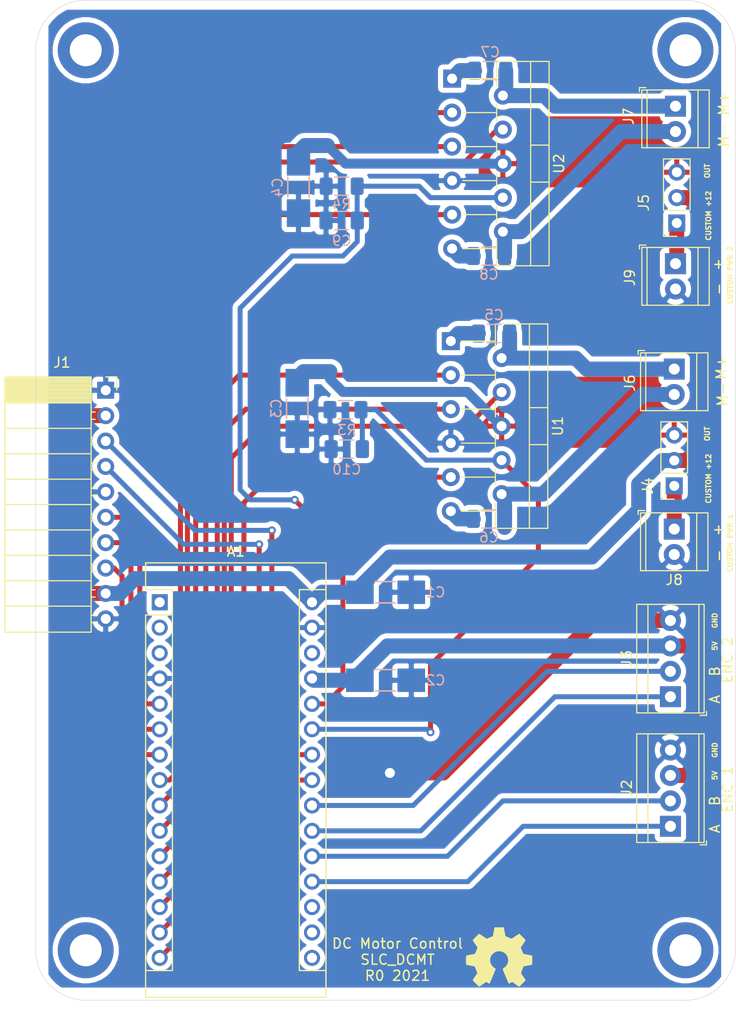
<source format=kicad_pcb>
(kicad_pcb (version 20171130) (host pcbnew 5.1.10-1.fc34)
  (layers (0 F.Cu signal) (31 B.Cu signal) (34 B.Paste user) (35 F.Paste user) (36 B.SilkS user) (37 F.SilkS user) (38 B.Mask user) (39 F.Mask user) (44 Edge.Cuts user))
  (net 0 "")
  (net 1 "Net-(A1-Pad16)")
  (net 2 GND)
  (net 3 "Net-(A1-Pad28)")
  (net 4 +5V)
  (net 5 /I2C_CLK)
  (net 6 /I2C_DAT)
  (net 7 /SYNC)
  (net 8 /E_STOP)
  (net 9 "Net-(A1-Pad3)")
  (net 10 "Net-(A1-Pad18)")
  (net 11 "Net-(A1-Pad2)")
  (net 12 "Net-(A1-Pad17)")
  (net 13 "Net-(A1-Pad1)")
  (net 14 +12V)
  (net 15 /INT)
  (net 16 /A1)
  (net 17 /B1)
  (net 18 /A2)
  (net 19 /B2)
  (net 20 /BR1)
  (net 21 /BR2)
  (net 22 /CSEN1)
  (net 23 /DIR1)
  (net 24 /CSEN2)
  (net 25 /DIR2)
  (net 26 /MC1)
  (net 27 /MC2)
  (net 28 /THRM1)
  (net 29 /THRM2)
  (net 30 "Net-(C3-Pad1)")
  (net 31 "Net-(C4-Pad1)")
  (net 32 "Net-(C5-Pad2)")
  (net 33 "Net-(C5-Pad1)")
  (net 34 "Net-(C6-Pad2)")
  (net 35 "Net-(C6-Pad1)")
  (net 36 "Net-(C7-Pad2)")
  (net 37 "Net-(C7-Pad1)")
  (net 38 "Net-(C8-Pad2)")
  (net 39 "Net-(C8-Pad1)")
  (net 40 /CUST2)
  (net 41 /CUST1)
  (module Capacitor_SMD:C_1206_3216Metric_Pad1.33x1.80mm_HandSolder (layer B.Cu) (at 153.715 84.682 180)
    (fp_text reference C10 (at 0 -2.032) (layer B.SilkS) (effects (justify mirror)))
    (fp_text value "10 nF")
    (pad 2 smd roundrect (at 1.5625 0 180) (size 1.325 1.8) (layers B.Cu B.Paste B.Mask) (roundrect_rratio 0.1886784905660377) (net 2 GND))
    (pad 1 smd roundrect (at -1.5625 0 180) (size 1.325 1.8) (layers B.Cu B.Paste B.Mask) (roundrect_rratio 0.1886784905660377) (net 22 /CSEN1))
  )
  (module Capacitor_SMD:C_1206_3216Metric_Pad1.33x1.80mm_HandSolder (layer B.Cu) (at 153.207 61.822 180)
    (fp_text reference C9 (at 0 -2.032) (layer B.SilkS) (effects (justify mirror)))
    (fp_text value "10 nF")
    (pad 2 smd roundrect (at 1.5625 0 180) (size 1.325 1.8) (layers B.Cu B.Paste B.Mask) (roundrect_rratio 0.1886784905660377) (net 2 GND))
    (pad 1 smd roundrect (at -1.5625 0 180) (size 1.325 1.8) (layers B.Cu B.Paste B.Mask) (roundrect_rratio 0.1886784905660377) (net 24 /CSEN2))
  )
  (module Package_TO_SOT_THT:TO-220-11_P3.4x5.08mm_StaggerOdd_Lead4.85mm_Vertical (layer F.Cu) (at 164.256 47.636 270)
    (fp_text reference U2 (at 8.5 -10.7 90) (layer F.SilkS))
    (fp_text value LMD18200)
    (pad 11 thru_hole oval (at 17 0 270) (size 1.8 1.8) (drill 1) (layers *.Cu *.Mask) (net 39 "Net-(C8-Pad1)"))
    (pad 10 thru_hole oval (at 15.3 -5.08 270) (size 1.8 1.8) (drill 1) (layers *.Cu *.Mask) (net 38 "Net-(C8-Pad2)"))
    (pad 9 thru_hole oval (at 13.6 0 270) (size 1.8 1.8) (drill 1) (layers *.Cu *.Mask) (net 29 /THRM2))
    (pad 8 thru_hole oval (at 11.9 -5.08 270) (size 1.8 1.8) (drill 1) (layers *.Cu *.Mask) (net 24 /CSEN2))
    (pad 7 thru_hole oval (at 10.2 0 270) (size 1.8 1.8) (drill 1) (layers *.Cu *.Mask) (net 2 GND))
    (pad 6 thru_hole oval (at 8.5 -5.08 270) (size 1.8 1.8) (drill 1) (layers *.Cu *.Mask) (net 31 "Net-(C4-Pad1)"))
    (pad 5 thru_hole oval (at 6.8 0 270) (size 1.8 1.8) (drill 1) (layers *.Cu *.Mask) (net 27 /MC2))
    (pad 4 thru_hole oval (at 5.1 -5.08 270) (size 1.8 1.8) (drill 1) (layers *.Cu *.Mask) (net 21 /BR2))
    (pad 3 thru_hole oval (at 3.4 0 270) (size 1.8 1.8) (drill 1) (layers *.Cu *.Mask) (net 25 /DIR2))
    (pad 2 thru_hole oval (at 1.7 -5.08 270) (size 1.8 1.8) (drill 1) (layers *.Cu *.Mask) (net 37 "Net-(C7-Pad1)"))
    (pad 1 thru_hole rect (at 0 0 270) (size 1.8 1.8) (drill 1) (layers *.Cu *.Mask) (net 36 "Net-(C7-Pad2)"))
  )
  (module Module:Arduino_Nano (layer F.Cu) (at 135 100)
    (fp_text reference A1 (at 7.62 -5.08) (layer F.SilkS))
    (fp_text value Arduino_Nano_v3.x)
    (pad 16 thru_hole oval (at 15.24 35.56) (size 1.6 1.6) (drill 1) (layers *.Cu *.Mask) (net 1 "Net-(A1-Pad16)"))
    (pad 15 thru_hole oval (at 0 35.56) (size 1.6 1.6) (drill 1) (layers *.Cu *.Mask) (net 28 /THRM1))
    (pad 30 thru_hole oval (at 15.24 0) (size 1.6 1.6) (drill 1) (layers *.Cu *.Mask) (net 14 +12V))
    (pad 14 thru_hole oval (at 0 33.02) (size 1.6 1.6) (drill 1) (layers *.Cu *.Mask) (net 20 /BR1))
    (pad 29 thru_hole oval (at 15.24 2.54) (size 1.6 1.6) (drill 1) (layers *.Cu *.Mask) (net 2 GND))
    (pad 13 thru_hole oval (at 0 30.48) (size 1.6 1.6) (drill 1) (layers *.Cu *.Mask) (net 26 /MC1))
    (pad 28 thru_hole oval (at 15.24 5.08) (size 1.6 1.6) (drill 1) (layers *.Cu *.Mask) (net 3 "Net-(A1-Pad28)"))
    (pad 12 thru_hole oval (at 0 27.94) (size 1.6 1.6) (drill 1) (layers *.Cu *.Mask) (net 23 /DIR1))
    (pad 27 thru_hole oval (at 15.24 7.62) (size 1.6 1.6) (drill 1) (layers *.Cu *.Mask) (net 4 +5V))
    (pad 11 thru_hole oval (at 0 25.4) (size 1.6 1.6) (drill 1) (layers *.Cu *.Mask) (net 29 /THRM2))
    (pad 26 thru_hole oval (at 15.24 10.16) (size 1.6 1.6) (drill 1) (layers *.Cu *.Mask) (net 24 /CSEN2))
    (pad 10 thru_hole oval (at 0 22.86) (size 1.6 1.6) (drill 1) (layers *.Cu *.Mask) (net 21 /BR2))
    (pad 25 thru_hole oval (at 15.24 12.7) (size 1.6 1.6) (drill 1) (layers *.Cu *.Mask) (net 22 /CSEN1))
    (pad 9 thru_hole oval (at 0 20.32) (size 1.6 1.6) (drill 1) (layers *.Cu *.Mask) (net 27 /MC2))
    (pad 24 thru_hole oval (at 15.24 15.24) (size 1.6 1.6) (drill 1) (layers *.Cu *.Mask) (net 5 /I2C_CLK))
    (pad 8 thru_hole oval (at 0 17.78) (size 1.6 1.6) (drill 1) (layers *.Cu *.Mask) (net 25 /DIR2))
    (pad 23 thru_hole oval (at 15.24 17.78) (size 1.6 1.6) (drill 1) (layers *.Cu *.Mask) (net 6 /I2C_DAT))
    (pad 7 thru_hole oval (at 0 15.24) (size 1.6 1.6) (drill 1) (layers *.Cu *.Mask) (net 7 /SYNC))
    (pad 22 thru_hole oval (at 15.24 20.32) (size 1.6 1.6) (drill 1) (layers *.Cu *.Mask) (net 19 /B2))
    (pad 6 thru_hole oval (at 0 12.7) (size 1.6 1.6) (drill 1) (layers *.Cu *.Mask) (net 15 /INT))
    (pad 21 thru_hole oval (at 15.24 22.86) (size 1.6 1.6) (drill 1) (layers *.Cu *.Mask) (net 18 /A2))
    (pad 5 thru_hole oval (at 0 10.16) (size 1.6 1.6) (drill 1) (layers *.Cu *.Mask) (net 8 /E_STOP))
    (pad 20 thru_hole oval (at 15.24 25.4) (size 1.6 1.6) (drill 1) (layers *.Cu *.Mask) (net 17 /B1))
    (pad 4 thru_hole oval (at 0 7.62) (size 1.6 1.6) (drill 1) (layers *.Cu *.Mask) (net 2 GND))
    (pad 19 thru_hole oval (at 15.24 27.94) (size 1.6 1.6) (drill 1) (layers *.Cu *.Mask) (net 16 /A1))
    (pad 3 thru_hole oval (at 0 5.08) (size 1.6 1.6) (drill 1) (layers *.Cu *.Mask) (net 9 "Net-(A1-Pad3)"))
    (pad 18 thru_hole oval (at 15.24 30.48) (size 1.6 1.6) (drill 1) (layers *.Cu *.Mask) (net 10 "Net-(A1-Pad18)"))
    (pad 2 thru_hole oval (at 0 2.54) (size 1.6 1.6) (drill 1) (layers *.Cu *.Mask) (net 11 "Net-(A1-Pad2)"))
    (pad 17 thru_hole oval (at 15.24 33.02) (size 1.6 1.6) (drill 1) (layers *.Cu *.Mask) (net 12 "Net-(A1-Pad17)"))
    (pad 1 thru_hole rect (at 0 0) (size 1.6 1.6) (drill 1) (layers *.Cu *.Mask) (net 13 "Net-(A1-Pad1)"))
  )
  (module Package_TO_SOT_THT:TO-220-11_P3.4x5.08mm_StaggerOdd_Lead4.85mm_Vertical (layer F.Cu) (at 164.129 73.887 270)
    (fp_text reference U1 (at 8.5 -10.7 90) (layer F.SilkS))
    (fp_text value LMD18200)
    (pad 11 thru_hole oval (at 17 0 270) (size 1.8 1.8) (drill 1) (layers *.Cu *.Mask) (net 35 "Net-(C6-Pad1)"))
    (pad 10 thru_hole oval (at 15.3 -5.08 270) (size 1.8 1.8) (drill 1) (layers *.Cu *.Mask) (net 34 "Net-(C6-Pad2)"))
    (pad 9 thru_hole oval (at 13.6 0 270) (size 1.8 1.8) (drill 1) (layers *.Cu *.Mask) (net 28 /THRM1))
    (pad 8 thru_hole oval (at 11.9 -5.08 270) (size 1.8 1.8) (drill 1) (layers *.Cu *.Mask) (net 22 /CSEN1))
    (pad 7 thru_hole oval (at 10.2 0 270) (size 1.8 1.8) (drill 1) (layers *.Cu *.Mask) (net 2 GND))
    (pad 6 thru_hole oval (at 8.5 -5.08 270) (size 1.8 1.8) (drill 1) (layers *.Cu *.Mask) (net 30 "Net-(C3-Pad1)"))
    (pad 5 thru_hole oval (at 6.8 0 270) (size 1.8 1.8) (drill 1) (layers *.Cu *.Mask) (net 26 /MC1))
    (pad 4 thru_hole oval (at 5.1 -5.08 270) (size 1.8 1.8) (drill 1) (layers *.Cu *.Mask) (net 20 /BR1))
    (pad 3 thru_hole oval (at 3.4 0 270) (size 1.8 1.8) (drill 1) (layers *.Cu *.Mask) (net 23 /DIR1))
    (pad 2 thru_hole oval (at 1.7 -5.08 270) (size 1.8 1.8) (drill 1) (layers *.Cu *.Mask) (net 33 "Net-(C5-Pad1)"))
    (pad 1 thru_hole rect (at 0 0 270) (size 1.8 1.8) (drill 1) (layers *.Cu *.Mask) (net 32 "Net-(C5-Pad2)"))
  )
  (module Resistor_SMD:R_1206_3216Metric_Pad1.30x1.75mm_HandSolder (layer B.Cu) (at 153.207 58.393 180)
    (fp_text reference R4 (at 0 -1.778 180) (layer B.SilkS) (effects (justify mirror)))
    (fp_text value "2.2 k")
    (pad 2 smd roundrect (at 1.55 0 180) (size 1.3 1.75) (layers B.Cu B.Paste B.Mask) (roundrect_rratio 0.1923076923076923) (net 2 GND))
    (pad 1 smd roundrect (at -1.55 0 180) (size 1.3 1.75) (layers B.Cu B.Paste B.Mask) (roundrect_rratio 0.1923076923076923) (net 24 /CSEN2))
  )
  (module Resistor_SMD:R_1206_3216Metric_Pad1.30x1.75mm_HandSolder (layer B.Cu) (at 153.588 80.745 180)
    (fp_text reference R3 (at -0.127 -2.032) (layer B.SilkS) (effects (justify mirror)))
    (fp_text value "2.2 k")
    (pad 2 smd roundrect (at 1.55 0 180) (size 1.3 1.75) (layers B.Cu B.Paste B.Mask) (roundrect_rratio 0.1923076923076923) (net 2 GND))
    (pad 1 smd roundrect (at -1.55 0 180) (size 1.3 1.75) (layers B.Cu B.Paste B.Mask) (roundrect_rratio 0.1923076923076923) (net 22 /CSEN1))
  )
  (module TerminalBlock_TE-Connectivity:TerminalBlock_TE_282834-2_1x02_P2.54mm_Horizontal (layer F.Cu) (at 186.608 66.14 270)
    (fp_text reference J9 (at 1.397 4.572 90) (layer F.SilkS))
    (fp_text value Screw_Terminal_01x02)
    (pad 2 thru_hole circle (at 2.54 0 270) (size 2.1 2.1) (drill 1.1) (layers *.Cu *.Mask) (net 2 GND))
    (pad 1 thru_hole rect (at 0 0 270) (size 2.1 2.1) (drill 1.1) (layers *.Cu *.Mask) (net 40 /CUST2))
  )
  (module TerminalBlock_TE-Connectivity:TerminalBlock_TE_282834-2_1x02_P2.54mm_Horizontal (layer F.Cu) (at 186.481 92.683 270)
    (fp_text reference J8 (at 5.08 0 180) (layer F.SilkS))
    (fp_text value Screw_Terminal_01x02)
    (pad 2 thru_hole circle (at 2.54 0 270) (size 2.1 2.1) (drill 1.1) (layers *.Cu *.Mask) (net 2 GND))
    (pad 1 thru_hole rect (at 0 0 270) (size 2.1 2.1) (drill 1.1) (layers *.Cu *.Mask) (net 41 /CUST1))
  )
  (module TerminalBlock_TE-Connectivity:TerminalBlock_TE_282834-2_1x02_P2.54mm_Horizontal (layer F.Cu) (at 186.608 50.392 270)
    (fp_text reference J7 (at 1.016 4.699 90) (layer F.SilkS))
    (fp_text value Screw_Terminal_01x02)
    (pad 2 thru_hole circle (at 2.54 0 270) (size 2.1 2.1) (drill 1.1) (layers *.Cu *.Mask) (net 38 "Net-(C8-Pad2)"))
    (pad 1 thru_hole rect (at 0 0 270) (size 2.1 2.1) (drill 1.1) (layers *.Cu *.Mask) (net 37 "Net-(C7-Pad1)"))
  )
  (module TerminalBlock_TE-Connectivity:TerminalBlock_TE_282834-2_1x02_P2.54mm_Horizontal (layer F.Cu) (at 186.481 76.681 270)
    (fp_text reference J6 (at 1.397 4.445 90) (layer F.SilkS))
    (fp_text value Screw_Terminal_01x02)
    (pad 2 thru_hole circle (at 2.54 0 270) (size 2.1 2.1) (drill 1.1) (layers *.Cu *.Mask) (net 34 "Net-(C6-Pad2)"))
    (pad 1 thru_hole rect (at 0 0 270) (size 2.1 2.1) (drill 1.1) (layers *.Cu *.Mask) (net 33 "Net-(C5-Pad1)"))
  )
  (module Connector_PinSocket_2.54mm:PinSocket_1x03_P2.54mm_Vertical (layer F.Cu) (at 186.735 62.076 180)
    (fp_text reference J5 (at 3.302 2.032 90) (layer F.SilkS))
    (fp_text value Conn_01x03_Male)
    (pad 3 thru_hole oval (at 0 5.08 180) (size 1.7 1.7) (drill 1) (layers *.Cu *.Mask) (net 31 "Net-(C4-Pad1)"))
    (pad 2 thru_hole oval (at 0 2.54 180) (size 1.7 1.7) (drill 1) (layers *.Cu *.Mask) (net 14 +12V))
    (pad 1 thru_hole rect (at 0 0 180) (size 1.7 1.7) (drill 1) (layers *.Cu *.Mask) (net 40 /CUST2))
  )
  (module Connector_PinSocket_2.54mm:PinSocket_1x03_P2.54mm_Vertical (layer F.Cu) (at 186.481 88.365 180)
    (fp_text reference J4 (at 2.667 0 270) (layer F.SilkS))
    (fp_text value Conn_01x03_Male)
    (pad 3 thru_hole oval (at 0 5.08 180) (size 1.7 1.7) (drill 1) (layers *.Cu *.Mask) (net 30 "Net-(C3-Pad1)"))
    (pad 2 thru_hole oval (at 0 2.54 180) (size 1.7 1.7) (drill 1) (layers *.Cu *.Mask) (net 14 +12V))
    (pad 1 thru_hole rect (at 0 0 180) (size 1.7 1.7) (drill 1) (layers *.Cu *.Mask) (net 41 /CUST1))
  )
  (module TerminalBlock_TE-Connectivity:TerminalBlock_TE_282834-4_1x04_P2.54mm_Horizontal (layer F.Cu) (at 186.1 109.447 90)
    (fp_text reference J3 (at 3.81 -4.37 90) (layer F.SilkS))
    (fp_text value Screw_Terminal_01x04)
    (pad 4 thru_hole circle (at 7.62 0 90) (size 2.1 2.1) (drill 1.1) (layers *.Cu *.Mask) (net 2 GND))
    (pad 3 thru_hole circle (at 5.08 0 90) (size 2.1 2.1) (drill 1.1) (layers *.Cu *.Mask) (net 4 +5V))
    (pad 2 thru_hole circle (at 2.54 0 90) (size 2.1 2.1) (drill 1.1) (layers *.Cu *.Mask) (net 19 /B2))
    (pad 1 thru_hole rect (at 0 0 90) (size 2.1 2.1) (drill 1.1) (layers *.Cu *.Mask) (net 18 /A2))
  )
  (module TerminalBlock_TE-Connectivity:TerminalBlock_TE_282834-4_1x04_P2.54mm_Horizontal (layer F.Cu) (at 186.1 122.401 90)
    (fp_text reference J2 (at 3.81 -4.37 90) (layer F.SilkS))
    (fp_text value Screw_Terminal_01x04)
    (pad 4 thru_hole circle (at 7.62 0 90) (size 2.1 2.1) (drill 1.1) (layers *.Cu *.Mask) (net 2 GND))
    (pad 3 thru_hole circle (at 5.08 0 90) (size 2.1 2.1) (drill 1.1) (layers *.Cu *.Mask) (net 4 +5V))
    (pad 2 thru_hole circle (at 2.54 0 90) (size 2.1 2.1) (drill 1.1) (layers *.Cu *.Mask) (net 17 /B1))
    (pad 1 thru_hole rect (at 0 0 90) (size 2.1 2.1) (drill 1.1) (layers *.Cu *.Mask) (net 16 /A1))
  )
  (module Capacitor_SMD:C_1206_3216Metric_Pad1.33x1.80mm_HandSolder (layer B.Cu) (at 167.939 65.378)
    (fp_text reference C8 (at 0 1.85) (layer B.SilkS) (effects (justify mirror)))
    (fp_text value "10 nF")
    (pad 2 smd roundrect (at 1.5625 0) (size 1.325 1.8) (layers B.Cu B.Paste B.Mask) (roundrect_rratio 0.1886784905660377) (net 38 "Net-(C8-Pad2)"))
    (pad 1 smd roundrect (at -1.5625 0) (size 1.325 1.8) (layers B.Cu B.Paste B.Mask) (roundrect_rratio 0.1886784905660377) (net 39 "Net-(C8-Pad1)"))
  )
  (module Capacitor_SMD:C_1206_3216Metric_Pad1.33x1.80mm_HandSolder (layer B.Cu) (at 168.066 46.836 180)
    (fp_text reference C7 (at 0 1.85) (layer B.SilkS) (effects (justify mirror)))
    (fp_text value "10 nF")
    (pad 2 smd roundrect (at 1.5625 0 180) (size 1.325 1.8) (layers B.Cu B.Paste B.Mask) (roundrect_rratio 0.1886784905660377) (net 36 "Net-(C7-Pad2)"))
    (pad 1 smd roundrect (at -1.5625 0 180) (size 1.325 1.8) (layers B.Cu B.Paste B.Mask) (roundrect_rratio 0.1886784905660377) (net 37 "Net-(C7-Pad1)"))
  )
  (module Capacitor_SMD:C_1206_3216Metric_Pad1.33x1.80mm_HandSolder (layer B.Cu) (at 167.939 91.667)
    (fp_text reference C6 (at 0 1.85) (layer B.SilkS) (effects (justify mirror)))
    (fp_text value "10 nF")
    (pad 2 smd roundrect (at 1.5625 0) (size 1.325 1.8) (layers B.Cu B.Paste B.Mask) (roundrect_rratio 0.1886784905660377) (net 34 "Net-(C6-Pad2)"))
    (pad 1 smd roundrect (at -1.5625 0) (size 1.325 1.8) (layers B.Cu B.Paste B.Mask) (roundrect_rratio 0.1886784905660377) (net 35 "Net-(C6-Pad1)"))
  )
  (module Capacitor_SMD:C_1206_3216Metric_Pad1.33x1.80mm_HandSolder (layer B.Cu) (at 168.447 73.125 180)
    (fp_text reference C5 (at 0 1.85) (layer B.SilkS) (effects (justify mirror)))
    (fp_text value "10 nF")
    (pad 2 smd roundrect (at 1.5625 0 180) (size 1.325 1.8) (layers B.Cu B.Paste B.Mask) (roundrect_rratio 0.1886784905660377) (net 32 "Net-(C5-Pad2)"))
    (pad 1 smd roundrect (at -1.5625 0 180) (size 1.325 1.8) (layers B.Cu B.Paste B.Mask) (roundrect_rratio 0.1886784905660377) (net 33 "Net-(C5-Pad1)"))
  )
  (module OCI_UPL_FOOTPRINTS:C_2312 (layer B.Cu) (at 148.889 58.52 270)
    (fp_text reference C4 (at 0 2.1 270) (layer B.SilkS) (effects (justify mirror)))
    (fp_text value 10uF_t)
    (pad 2 smd rect (at 2.57 0 270) (size 2.77 2.35) (layers B.Cu B.Paste B.Mask) (net 2 GND))
    (pad 1 smd rect (at -2.57 0 270) (size 2.77 2.35) (layers B.Cu B.Paste B.Mask) (net 31 "Net-(C4-Pad1)"))
  )
  (module OCI_UPL_FOOTPRINTS:C_2312 (layer B.Cu) (at 148.762 80.618 270)
    (fp_text reference C3 (at 0 2.1 270) (layer B.SilkS) (effects (justify mirror)))
    (fp_text value 10uF_t)
    (pad 2 smd rect (at 2.57 0 270) (size 2.77 2.35) (layers B.Cu B.Paste B.Mask) (net 2 GND))
    (pad 1 smd rect (at -2.57 0 270) (size 2.77 2.35) (layers B.Cu B.Paste B.Mask) (net 30 "Net-(C3-Pad1)"))
  )
  (module Symbol:OSHW-Symbol_6.7x6mm_SilkScreen (layer F.Cu) (at 168.955 135.482)
    (fp_text reference Logo1 hide)
    (fp_text value Logo_Open_Hardware_Small hide)
  )
  (module MountingHole:MountingHole_3.2mm_M3_DIN965_Pad (layer F.Cu) (at 187.6 134.8)
    (fp_text reference H4 hide)
    (fp_text value MountingHole)
    (pad 1 thru_hole circle (at 0 0) (size 5.6 5.6) (drill 3.2) (layers *.Cu *.Mask))
  )
  (module MountingHole:MountingHole_3.2mm_M3_DIN965_Pad (layer F.Cu) (at 127.6 134.8)
    (fp_text reference H3 hide)
    (fp_text value MountingHole)
    (pad 1 thru_hole circle (at 0 0) (size 5.6 5.6) (drill 3.2) (layers *.Cu *.Mask))
  )
  (module MountingHole:MountingHole_3.2mm_M3_DIN965_Pad (layer F.Cu) (at 187.6 44.8)
    (fp_text reference H2 hide)
    (fp_text value MountingHole)
    (pad 1 thru_hole circle (at 0 0) (size 5.6 5.6) (drill 3.2) (layers *.Cu *.Mask))
  )
  (module MountingHole:MountingHole_3.2mm_M3_DIN965_Pad (layer F.Cu) (at 127.6 44.8)
    (fp_text reference H1 hide)
    (fp_text value MountingHole)
    (pad 1 thru_hole circle (at 0 0) (size 5.6 5.6) (drill 3.2) (layers *.Cu *.Mask))
  )
  (module OCI_UPL_FOOTPRINTS:C_2312 (layer B.Cu) (at 157.6 99)
    (fp_text reference C1 (at 5 0) (layer B.SilkS) (effects (justify mirror)))
    (fp_text value 10uF_t)
    (pad 2 smd rect (at 2.57 0) (size 2.77 2.35) (layers B.Cu B.Paste B.Mask) (net 2 GND))
    (pad 1 smd rect (at -2.57 0) (size 2.77 2.35) (layers B.Cu B.Paste B.Mask) (net 14 +12V))
  )
  (module Module:Arduino_Nano (layer F.Cu) (at 135 100)
    (fp_text reference A1 (at 7.62 -5.08) (layer F.SilkS))
    (fp_text value Arduino_Nano_v3.x)
    (pad 1 thru_hole rect (at 0 0) (size 1.6 1.6) (drill 1) (layers *.Cu *.Mask) (net 13 "Net-(A1-Pad1)"))
    (pad 17 thru_hole oval (at 15.24 33.02) (size 1.6 1.6) (drill 1) (layers *.Cu *.Mask) (net 12 "Net-(A1-Pad17)"))
    (pad 2 thru_hole oval (at 0 2.54) (size 1.6 1.6) (drill 1) (layers *.Cu *.Mask) (net 11 "Net-(A1-Pad2)"))
    (pad 18 thru_hole oval (at 15.24 30.48) (size 1.6 1.6) (drill 1) (layers *.Cu *.Mask) (net 10 "Net-(A1-Pad18)"))
    (pad 3 thru_hole oval (at 0 5.08) (size 1.6 1.6) (drill 1) (layers *.Cu *.Mask) (net 9 "Net-(A1-Pad3)"))
    (pad 19 thru_hole oval (at 15.24 27.94) (size 1.6 1.6) (drill 1) (layers *.Cu *.Mask) (net 16 /A1))
    (pad 4 thru_hole oval (at 0 7.62) (size 1.6 1.6) (drill 1) (layers *.Cu *.Mask) (net 2 GND))
    (pad 20 thru_hole oval (at 15.24 25.4) (size 1.6 1.6) (drill 1) (layers *.Cu *.Mask) (net 17 /B1))
    (pad 5 thru_hole oval (at 0 10.16) (size 1.6 1.6) (drill 1) (layers *.Cu *.Mask) (net 8 /E_STOP))
    (pad 21 thru_hole oval (at 15.24 22.86) (size 1.6 1.6) (drill 1) (layers *.Cu *.Mask) (net 18 /A2))
    (pad 6 thru_hole oval (at 0 12.7) (size 1.6 1.6) (drill 1) (layers *.Cu *.Mask) (net 15 /INT))
    (pad 22 thru_hole oval (at 15.24 20.32) (size 1.6 1.6) (drill 1) (layers *.Cu *.Mask) (net 19 /B2))
    (pad 7 thru_hole oval (at 0 15.24) (size 1.6 1.6) (drill 1) (layers *.Cu *.Mask) (net 7 /SYNC))
    (pad 23 thru_hole oval (at 15.24 17.78) (size 1.6 1.6) (drill 1) (layers *.Cu *.Mask) (net 6 /I2C_DAT))
    (pad 8 thru_hole oval (at 0 17.78) (size 1.6 1.6) (drill 1) (layers *.Cu *.Mask) (net 25 /DIR2))
    (pad 24 thru_hole oval (at 15.24 15.24) (size 1.6 1.6) (drill 1) (layers *.Cu *.Mask) (net 5 /I2C_CLK))
    (pad 9 thru_hole oval (at 0 20.32) (size 1.6 1.6) (drill 1) (layers *.Cu *.Mask) (net 27 /MC2))
    (pad 25 thru_hole oval (at 15.24 12.7) (size 1.6 1.6) (drill 1) (layers *.Cu *.Mask) (net 22 /CSEN1))
    (pad 10 thru_hole oval (at 0 22.86) (size 1.6 1.6) (drill 1) (layers *.Cu *.Mask) (net 21 /BR2))
    (pad 26 thru_hole oval (at 15.24 10.16) (size 1.6 1.6) (drill 1) (layers *.Cu *.Mask) (net 24 /CSEN2))
    (pad 11 thru_hole oval (at 0 25.4) (size 1.6 1.6) (drill 1) (layers *.Cu *.Mask) (net 29 /THRM2))
    (pad 27 thru_hole oval (at 15.24 7.62) (size 1.6 1.6) (drill 1) (layers *.Cu *.Mask) (net 4 +5V))
    (pad 12 thru_hole oval (at 0 27.94) (size 1.6 1.6) (drill 1) (layers *.Cu *.Mask) (net 23 /DIR1))
    (pad 28 thru_hole oval (at 15.24 5.08) (size 1.6 1.6) (drill 1) (layers *.Cu *.Mask) (net 3 "Net-(A1-Pad28)"))
    (pad 13 thru_hole oval (at 0 30.48) (size 1.6 1.6) (drill 1) (layers *.Cu *.Mask) (net 26 /MC1))
    (pad 29 thru_hole oval (at 15.24 2.54) (size 1.6 1.6) (drill 1) (layers *.Cu *.Mask) (net 2 GND))
    (pad 14 thru_hole oval (at 0 33.02) (size 1.6 1.6) (drill 1) (layers *.Cu *.Mask) (net 20 /BR1))
    (pad 30 thru_hole oval (at 15.24 0) (size 1.6 1.6) (drill 1) (layers *.Cu *.Mask) (net 14 +12V))
    (pad 15 thru_hole oval (at 0 35.56) (size 1.6 1.6) (drill 1) (layers *.Cu *.Mask) (net 28 /THRM1))
    (pad 16 thru_hole oval (at 15.24 35.56) (size 1.6 1.6) (drill 1) (layers *.Cu *.Mask) (net 1 "Net-(A1-Pad16)"))
  )
  (module OCI_UPL_FOOTPRINTS:C_2312 (layer B.Cu) (at 157.6 107.8)
    (fp_text reference C2 (at 5 0) (layer B.SilkS) (effects (justify mirror)))
    (fp_text value 10uF_t)
    (pad 1 smd rect (at -2.57 0) (size 2.77 2.35) (layers B.Cu B.Paste B.Mask) (net 4 +5V))
    (pad 2 smd rect (at 2.57 0) (size 2.77 2.35) (layers B.Cu B.Paste B.Mask) (net 2 GND))
  )
  (module Connector_PinSocket_2.54mm:PinSocket_1x10_P2.54mm_Horizontal (layer F.Cu) (at 129.6 78.8)
    (fp_text reference J1 (at -4.38 -2.77) (layer F.SilkS))
    (fp_text value Conn_01x10_Female)
    (pad 1 thru_hole rect (at 0 0) (size 1.7 1.7) (drill 1) (layers *.Cu *.Mask) (net 2 GND))
    (pad 2 thru_hole oval (at 0 2.54) (size 1.7 1.7) (drill 1) (layers *.Cu *.Mask) (net 14 +12V))
    (pad 3 thru_hole oval (at 0 5.08) (size 1.7 1.7) (drill 1) (layers *.Cu *.Mask) (net 5 /I2C_CLK))
    (pad 4 thru_hole oval (at 0 7.62) (size 1.7 1.7) (drill 1) (layers *.Cu *.Mask) (net 6 /I2C_DAT))
    (pad 5 thru_hole oval (at 0 10.16) (size 1.7 1.7) (drill 1) (layers *.Cu *.Mask) (net 2 GND))
    (pad 6 thru_hole oval (at 0 12.7) (size 1.7 1.7) (drill 1) (layers *.Cu *.Mask) (net 8 /E_STOP))
    (pad 7 thru_hole oval (at 0 15.24) (size 1.7 1.7) (drill 1) (layers *.Cu *.Mask) (net 15 /INT))
    (pad 8 thru_hole oval (at 0 17.78) (size 1.7 1.7) (drill 1) (layers *.Cu *.Mask) (net 7 /SYNC))
    (pad 9 thru_hole oval (at 0 20.32) (size 1.7 1.7) (drill 1) (layers *.Cu *.Mask) (net 14 +12V))
    (pad 10 thru_hole oval (at 0 22.86) (size 1.7 1.7) (drill 1) (layers *.Cu *.Mask) (net 2 GND))
  )
  (gr_text GND (at 190.545 101.827 90) (layer F.SilkS) (effects (font (size 0.5 0.5) (thickness 0.125))))
  (gr_text A (at 190.545 109.701 90) (layer F.SilkS) (effects (font (size 1 1))))
  (gr_text B (at 190.545 106.907 90) (layer F.SilkS) (effects (font (size 1 1))))
  (gr_text 5V (at 190.545 104.367 90) (layer F.SilkS) (effects (font (size 0.5 0.5) (thickness 0.125))))
  (gr_text GND (at 190.545 114.781 90) (layer F.SilkS) (effects (font (size 0.5 0.5) (thickness 0.125))))
  (gr_text 5V (at 190.545 117.321 90) (layer F.SilkS) (effects (font (size 0.5 0.5) (thickness 0.125))))
  (gr_text B (at 190.545 119.861 90) (layer F.SilkS) (effects (font (size 1 1))))
  (gr_text A (at 190.545 122.655 90) (layer F.SilkS) (effects (font (size 1 1))))
  (gr_text M- (at 191.434 53.313 90) (layer F.SilkS) (effects (font (size 1 1))))
  (gr_text M+ (at 191.434 50.138 90) (layer F.SilkS) (effects (font (size 1 1))))
  (gr_text OUT (at 189.783 56.869 90) (layer F.SilkS) (effects (font (size 0.5 0.5) (thickness 0.125))))
  (gr_text +12 (at 189.91 59.663 90) (layer F.SilkS) (effects (font (size 0.5 0.5) (thickness 0.125))))
  (gr_text CUSTOM (at 189.91 62.33 90) (layer F.SilkS) (effects (font (size 0.5 0.5) (thickness 0.125))))
  (gr_text - (at 190.926 68.68 90) (layer F.SilkS) (effects (font (size 1 1))))
  (gr_text + (at 190.926 66.14) (layer F.SilkS) (effects (font (size 1 1))))
  (gr_text "CUSTOM PWR 2" (at 192.069 67.283 90) (layer F.SilkS) (effects (font (size 0.5 0.5) (thickness 0.125))))
  (gr_text M- (at 191.307 79.221 90) (layer F.SilkS) (effects (font (size 1 1))))
  (gr_text M+ (at 191.18 76.554 90) (layer F.SilkS) (effects (font (size 1 1))))
  (gr_text OUT (at 189.783 83.158 90) (layer F.SilkS) (effects (font (size 0.5 0.5) (thickness 0.125))))
  (gr_text +12 (at 189.91 85.952 90) (layer F.SilkS) (effects (font (size 0.5 0.5) (thickness 0.125))))
  (gr_text CUSTOM (at 189.91 88.619 90) (layer F.SilkS) (effects (font (size 0.5 0.5) (thickness 0.125))))
  (gr_text - (at 190.926 95.35 90) (layer F.SilkS) (effects (font (size 1 1))))
  (gr_text + (at 190.926 92.683) (layer F.SilkS) (effects (font (size 1 1))))
  (gr_text "CUSTOM PWR 1" (at 192.069 94.08 90) (layer F.SilkS) (effects (font (size 0.5 0.5) (thickness 0.125))))
  (gr_text "ENC 2" (at 191.815 105.764 90) (layer F.SilkS) (effects (font (size 1 1))))
  (gr_text "ENC 1" (at 191.815 118.718 90) (layer F.SilkS) (effects (font (size 1 1))))
  (gr_text "DC Motor Control\nSLC_DCMT\nR0 2021" (at 158.795 135.736) (layer F.SilkS) (effects (font (size 1 1))))
  (gr_line (start 192.6 44.8) (end 192.6 134.8) (layer Edge.Cuts) (width 0.05))
  (gr_arc (start 187.6 44.8) (end 192.6 44.8) (angle -90) (layer Edge.Cuts) (width 0.05))
  (gr_line (start 127.6 39.8) (end 187.6 39.8) (layer Edge.Cuts) (width 0.05))
  (gr_arc (start 127.6 44.8) (end 127.6 39.8) (angle -90) (layer Edge.Cuts) (width 0.05))
  (gr_line (start 122.6 134.8) (end 122.6 44.8) (layer Edge.Cuts) (width 0.05))
  (gr_arc (start 187.6 134.8) (end 187.6 139.8) (angle -90) (layer Edge.Cuts) (width 0.05))
  (gr_arc (start 127.6 134.8) (end 122.6 134.8) (angle -90) (layer Edge.Cuts) (width 0.05))
  (gr_line (start 127.6 139.8) (end 187.6 139.8) (layer Edge.Cuts) (width 0.05))
  (segment (start 186.1 101.827) (end 178.607 101.827) (width 1.5) (layer F.Cu) (net 2))
  (via (at 158.033 117.067) (size 1.5) (drill 1) (layers F.Cu B.Cu) (net 2))
  (segment (start 163.367 117.067) (end 158.033 117.067) (width 1.5) (layer F.Cu) (net 2))
  (segment (start 178.607 101.827) (end 163.367 117.067) (width 1.5) (layer F.Cu) (net 2))
  (segment (start 150.42 107.8) (end 150.24 107.62) (width 1.5) (layer B.Cu) (net 4))
  (segment (start 155.03 107.8) (end 150.42 107.8) (width 1.5) (layer B.Cu) (net 4))
  (segment (start 155.03 107.8) (end 155.03 107.116) (width 1.5) (layer B.Cu) (net 4))
  (segment (start 157.779 104.367) (end 186.1 104.367) (width 1.5) (layer B.Cu) (net 4))
  (segment (start 155.03 107.116) (end 157.779 104.367) (width 1.5) (layer B.Cu) (net 4))
  (segment (start 187.584924 117.321) (end 186.1 117.321) (width 1.5) (layer F.Cu) (net 4))
  (segment (start 189.402 115.503924) (end 187.584924 117.321) (width 1.5) (layer F.Cu) (net 4))
  (segment (start 189.402 105.764) (end 189.402 115.503924) (width 1.5) (layer F.Cu) (net 4))
  (segment (start 188.005 104.367) (end 189.402 105.764) (width 1.5) (layer F.Cu) (net 4))
  (segment (start 186.1 104.367) (end 188.005 104.367) (width 1.5) (layer F.Cu) (net 4))
  (segment (start 150.24 115.24) (end 147.824 115.24) (width 0.5) (layer F.Cu) (net 5))
  (via (at 146.222 92.81) (size 0.8) (drill 0.4) (layers F.Cu B.Cu) (net 5))
  (segment (start 146.222 113.638) (end 146.222 92.81) (width 0.5) (layer F.Cu) (net 5))
  (segment (start 147.824 115.24) (end 146.222 113.638) (width 0.5) (layer F.Cu) (net 5))
  (segment (start 138.53 92.81) (end 129.6 83.88) (width 0.5) (layer B.Cu) (net 5))
  (segment (start 146.222 92.81) (end 138.53 92.81) (width 0.5) (layer B.Cu) (net 5))
  (segment (start 150.24 117.78) (end 146.173 117.78) (width 0.5) (layer F.Cu) (net 6))
  (segment (start 144.952 116.559) (end 144.952 94.207) (width 0.5) (layer F.Cu) (net 6))
  (via (at 144.952 94.207) (size 0.8) (drill 0.4) (layers F.Cu B.Cu) (net 6))
  (segment (start 146.173 117.78) (end 144.952 116.559) (width 0.5) (layer F.Cu) (net 6))
  (segment (start 137.387 94.207) (end 129.6 86.42) (width 0.5) (layer B.Cu) (net 6))
  (segment (start 144.952 94.207) (end 137.387 94.207) (width 0.5) (layer B.Cu) (net 6))
  (segment (start 135 115.24) (end 132.838 115.24) (width 0.5) (layer F.Cu) (net 7))
  (segment (start 132.838 115.24) (end 131.236 113.638) (width 0.5) (layer F.Cu) (net 7))
  (segment (start 131.236 113.638) (end 131.236 97.382) (width 0.5) (layer F.Cu) (net 7))
  (segment (start 130.434 96.58) (end 129.6 96.58) (width 0.5) (layer F.Cu) (net 7))
  (segment (start 131.236 97.382) (end 130.434 96.58) (width 0.5) (layer F.Cu) (net 7))
  (segment (start 129.6 91.5) (end 130.307 91.5) (width 0.5) (layer B.Cu) (net 8))
  (segment (start 135 110.16) (end 133.727 110.16) (width 0.5) (layer F.Cu) (net 8))
  (segment (start 133.727 110.16) (end 133.014 109.447) (width 0.5) (layer F.Cu) (net 8))
  (segment (start 133.014 109.447) (end 133.014 93.064) (width 0.5) (layer F.Cu) (net 8))
  (segment (start 131.45 91.5) (end 129.6 91.5) (width 0.5) (layer F.Cu) (net 8))
  (segment (start 133.014 93.064) (end 131.45 91.5) (width 0.5) (layer F.Cu) (net 8))
  (segment (start 151.24 99) (end 150.24 100) (width 1.5) (layer B.Cu) (net 14))
  (segment (start 155.03 99) (end 151.24 99) (width 1.5) (layer B.Cu) (net 14))
  (segment (start 129.6 81.34) (end 127.974 81.34) (width 1.5) (layer F.Cu) (net 14))
  (segment (start 127.974 81.34) (end 126.156 83.158) (width 1.5) (layer F.Cu) (net 14))
  (segment (start 126.156 83.158) (end 126.156 98.017) (width 1.5) (layer F.Cu) (net 14))
  (segment (start 127.259 99.12) (end 129.6 99.12) (width 1.5) (layer F.Cu) (net 14))
  (segment (start 126.156 98.017) (end 127.259 99.12) (width 1.5) (layer F.Cu) (net 14))
  (segment (start 155.03 99) (end 155.03 98.48) (width 1.5) (layer B.Cu) (net 14))
  (segment (start 155.03 98.48) (end 158.033 95.477) (width 1.5) (layer B.Cu) (net 14))
  (segment (start 158.033 95.477) (end 178.226 95.477) (width 1.5) (layer B.Cu) (net 14))
  (segment (start 178.226 95.477) (end 182.925 90.778) (width 1.5) (layer B.Cu) (net 14))
  (segment (start 185.278919 85.825) (end 186.481 85.825) (width 1.5) (layer B.Cu) (net 14))
  (segment (start 182.925 88.178919) (end 185.278919 85.825) (width 1.5) (layer B.Cu) (net 14))
  (segment (start 182.925 90.778) (end 182.925 88.178919) (width 1.5) (layer B.Cu) (net 14))
  (segment (start 129.6 99.12) (end 131.022 99.12) (width 1.5) (layer B.Cu) (net 14))
  (segment (start 131.022 99.12) (end 132.506 97.636) (width 1.5) (layer B.Cu) (net 14))
  (segment (start 147.876 97.636) (end 150.24 100) (width 1.5) (layer B.Cu) (net 14))
  (segment (start 132.506 97.636) (end 147.876 97.636) (width 1.5) (layer B.Cu) (net 14))
  (segment (start 187.937081 59.536) (end 190.037 61.635919) (width 1.5) (layer F.Cu) (net 14))
  (segment (start 186.735 59.536) (end 187.937081 59.536) (width 1.5) (layer F.Cu) (net 14))
  (segment (start 187.683081 85.825) (end 186.481 85.825) (width 1.5) (layer F.Cu) (net 14))
  (segment (start 190.037 83.471081) (end 187.683081 85.825) (width 1.5) (layer F.Cu) (net 14))
  (segment (start 190.037 61.635919) (end 190.037 83.471081) (width 1.5) (layer F.Cu) (net 14))
  (segment (start 131.069 94.04) (end 129.6 94.04) (width 0.5) (layer F.Cu) (net 15))
  (segment (start 132.125 95.096) (end 131.069 94.04) (width 0.5) (layer F.Cu) (net 15))
  (segment (start 132.125 111.86) (end 132.125 95.096) (width 0.5) (layer F.Cu) (net 15))
  (segment (start 132.965 112.7) (end 132.125 111.86) (width 0.5) (layer F.Cu) (net 15))
  (segment (start 135 112.7) (end 132.965 112.7) (width 0.5) (layer F.Cu) (net 15))
  (segment (start 150.24 127.94) (end 165.829 127.94) (width 0.5) (layer B.Cu) (net 16))
  (segment (start 171.368 122.401) (end 186.1 122.401) (width 0.5) (layer B.Cu) (net 16))
  (segment (start 165.829 127.94) (end 171.368 122.401) (width 0.5) (layer B.Cu) (net 16))
  (segment (start 150.24 125.4) (end 163.797 125.4) (width 0.5) (layer B.Cu) (net 17))
  (segment (start 169.336 119.861) (end 186.1 119.861) (width 0.5) (layer B.Cu) (net 17))
  (segment (start 163.797 125.4) (end 169.336 119.861) (width 0.5) (layer B.Cu) (net 17))
  (segment (start 150.24 122.86) (end 161.13 122.86) (width 0.5) (layer B.Cu) (net 18))
  (segment (start 174.543 109.447) (end 186.1 109.447) (width 0.5) (layer B.Cu) (net 18))
  (segment (start 161.13 122.86) (end 174.543 109.447) (width 0.5) (layer B.Cu) (net 18))
  (segment (start 150.24 120.32) (end 160.368 120.32) (width 0.5) (layer B.Cu) (net 19))
  (segment (start 173.781 106.907) (end 186.1 106.907) (width 0.5) (layer B.Cu) (net 19))
  (segment (start 160.368 120.32) (end 173.781 106.907) (width 0.5) (layer B.Cu) (net 19))
  (segment (start 169.189 78.987) (end 169.209 78.987) (width 0.5) (layer F.Cu) (net 20))
  (segment (start 165.78 82.396) (end 169.189 78.987) (width 0.5) (layer F.Cu) (net 20))
  (segment (start 145.333 82.396) (end 165.78 82.396) (width 0.5) (layer F.Cu) (net 20))
  (segment (start 142.16102 85.56798) (end 145.333 82.396) (width 0.5) (layer F.Cu) (net 20))
  (segment (start 142.285 100.811) (end 142.16102 100.68702) (width 0.5) (layer F.Cu) (net 20))
  (segment (start 142.16102 100.68702) (end 142.16102 85.56798) (width 0.5) (layer F.Cu) (net 20))
  (segment (start 142.285 125.735) (end 142.285 100.811) (width 0.5) (layer F.Cu) (net 20))
  (segment (start 135 133.02) (end 142.285 125.735) (width 0.5) (layer F.Cu) (net 20))
  (segment (start 168.77 52.736) (end 169.336 52.736) (width 0.5) (layer F.Cu) (net 21))
  (segment (start 165.526 55.98) (end 168.77 52.736) (width 0.5) (layer F.Cu) (net 21))
  (segment (start 141.777 55.98) (end 165.526 55.98) (width 0.5) (layer F.Cu) (net 21))
  (segment (start 138.602 59.155) (end 141.777 55.98) (width 0.5) (layer F.Cu) (net 21))
  (segment (start 138.602 119.258) (end 138.602 59.155) (width 0.5) (layer F.Cu) (net 21))
  (segment (start 135 122.86) (end 138.602 119.258) (width 0.5) (layer F.Cu) (net 21))
  (segment (start 155.138 80.745) (end 156.636 80.745) (width 0.5) (layer B.Cu) (net 22))
  (segment (start 161.678 85.787) (end 169.209 85.787) (width 0.5) (layer B.Cu) (net 22))
  (segment (start 156.636 80.745) (end 161.678 85.787) (width 0.5) (layer B.Cu) (net 22))
  (via (at 162.097 113.003) (size 0.8) (drill 0.4) (layers F.Cu B.Cu) (net 22))
  (segment (start 161.794 112.7) (end 162.097 113.003) (width 0.5) (layer B.Cu) (net 22))
  (segment (start 150.24 112.7) (end 161.794 112.7) (width 0.5) (layer B.Cu) (net 22))
  (segment (start 162.097 113.003) (end 162.097 106.272) (width 0.5) (layer F.Cu) (net 22))
  (segment (start 162.097 106.272) (end 172.892 95.477) (width 0.5) (layer F.Cu) (net 22))
  (segment (start 172.892 89.47) (end 169.209 85.787) (width 0.5) (layer F.Cu) (net 22))
  (segment (start 172.892 95.477) (end 172.892 89.47) (width 0.5) (layer F.Cu) (net 22))
  (segment (start 155.2775 80.8845) (end 155.138 80.745) (width 0.5) (layer B.Cu) (net 22))
  (segment (start 155.2775 84.682) (end 155.2775 80.8845) (width 0.5) (layer B.Cu) (net 22))
  (segment (start 135 127.94) (end 140.761 122.179) (width 0.5) (layer F.Cu) (net 23))
  (segment (start 140.761 79.856) (end 140.83 79.856) (width 0.5) (layer F.Cu) (net 23))
  (segment (start 140.761 122.179) (end 140.761 79.856) (width 0.5) (layer F.Cu) (net 23))
  (segment (start 140.761 79.475) (end 142.949 77.287) (width 0.5) (layer F.Cu) (net 23))
  (segment (start 140.761 79.856) (end 140.761 79.475) (width 0.5) (layer F.Cu) (net 23))
  (segment (start 142.949 77.287) (end 164.129 77.287) (width 0.5) (layer F.Cu) (net 23))
  (segment (start 154.757 58.393) (end 160.954 58.393) (width 0.5) (layer B.Cu) (net 24))
  (segment (start 162.097 59.536) (end 169.336 59.536) (width 0.5) (layer B.Cu) (net 24))
  (segment (start 160.954 58.393) (end 162.097 59.536) (width 0.5) (layer B.Cu) (net 24))
  (segment (start 150.24 110.16) (end 151.605 110.16) (width 0.5) (layer F.Cu) (net 24))
  (segment (start 151.605 110.16) (end 153.334 108.431) (width 0.5) (layer F.Cu) (net 24))
  (segment (start 153.334 94.588) (end 148.508 89.762) (width 0.5) (layer F.Cu) (net 24))
  (segment (start 153.334 108.431) (end 153.334 94.588) (width 0.5) (layer F.Cu) (net 24))
  (via (at 148.508 89.762) (size 0.8) (drill 0.4) (layers F.Cu B.Cu) (net 24))
  (segment (start 154.757 61.8095) (end 154.7695 61.822) (width 0.5) (layer B.Cu) (net 24))
  (segment (start 154.757 58.393) (end 154.757 61.8095) (width 0.5) (layer B.Cu) (net 24))
  (segment (start 148.508 89.762) (end 144.063 89.762) (width 0.5) (layer B.Cu) (net 24))
  (segment (start 144.063 89.762) (end 143.047 88.746) (width 0.5) (layer B.Cu) (net 24))
  (segment (start 143.047 88.746) (end 143.047 70.585) (width 0.5) (layer B.Cu) (net 24))
  (segment (start 143.047 70.585) (end 148.254 65.378) (width 0.5) (layer B.Cu) (net 24))
  (segment (start 148.254 65.378) (end 153.334 65.378) (width 0.5) (layer B.Cu) (net 24))
  (segment (start 154.7695 63.9425) (end 154.7695 61.822) (width 0.5) (layer B.Cu) (net 24))
  (segment (start 153.334 65.378) (end 154.7695 63.9425) (width 0.5) (layer B.Cu) (net 24))
  (segment (start 135 117.78) (end 135.984 117.78) (width 0.5) (layer F.Cu) (net 25))
  (segment (start 135.984 117.78) (end 137.078 116.686) (width 0.5) (layer F.Cu) (net 25))
  (segment (start 139.99 51.036) (end 142.802 51.036) (width 0.5) (layer F.Cu) (net 25))
  (segment (start 137.078 53.948) (end 139.99 51.036) (width 0.5) (layer F.Cu) (net 25))
  (segment (start 142.802 51.036) (end 164.256 51.036) (width 0.5) (layer F.Cu) (net 25))
  (segment (start 137.078 116.686) (end 137.078 53.948) (width 0.5) (layer F.Cu) (net 25))
  (segment (start 143.624 80.687) (end 164.129 80.687) (width 0.5) (layer F.Cu) (net 26))
  (segment (start 141.46101 82.84999) (end 143.624 80.687) (width 0.5) (layer F.Cu) (net 26))
  (segment (start 141.46101 124.01899) (end 141.46101 82.84999) (width 0.5) (layer F.Cu) (net 26))
  (segment (start 135 130.48) (end 141.46101 124.01899) (width 0.5) (layer F.Cu) (net 26))
  (segment (start 140.527 54.436) (end 164.256 54.436) (width 0.5) (layer F.Cu) (net 27))
  (segment (start 137.77801 57.18499) (end 140.527 54.436) (width 0.5) (layer F.Cu) (net 27))
  (segment (start 137.77801 117.54199) (end 137.77801 57.18499) (width 0.5) (layer F.Cu) (net 27))
  (segment (start 135 120.32) (end 137.77801 117.54199) (width 0.5) (layer F.Cu) (net 27))
  (segment (start 135 135.56) (end 143.428 127.132) (width 0.5) (layer F.Cu) (net 28))
  (segment (start 143.428 127.132) (end 143.428 90.778) (width 0.5) (layer F.Cu) (net 28))
  (segment (start 143.428 90.778) (end 143.428 90.905) (width 0.5) (layer F.Cu) (net 28))
  (segment (start 145.979 87.487) (end 164.129 87.487) (width 0.5) (layer F.Cu) (net 28))
  (segment (start 143.428 90.038) (end 145.979 87.487) (width 0.5) (layer F.Cu) (net 28))
  (segment (start 143.428 90.778) (end 143.428 90.038) (width 0.5) (layer F.Cu) (net 28))
  (segment (start 142.871 61.236) (end 164.256 61.236) (width 0.5) (layer F.Cu) (net 29))
  (segment (start 139.618 64.489) (end 142.871 61.236) (width 0.5) (layer F.Cu) (net 29))
  (segment (start 139.618 120.75) (end 139.618 64.489) (width 0.5) (layer F.Cu) (net 29))
  (segment (start 136.57 123.798) (end 139.618 120.75) (width 0.5) (layer F.Cu) (net 29))
  (segment (start 136.57 123.83) (end 136.57 123.798) (width 0.5) (layer F.Cu) (net 29))
  (segment (start 135 125.4) (end 136.57 123.83) (width 0.5) (layer F.Cu) (net 29))
  (segment (start 148.762 78.048) (end 148.762 77.57) (width 1.5) (layer B.Cu) (net 30))
  (segment (start 149.397 76.935) (end 152.038 76.935) (width 1.5) (layer B.Cu) (net 30))
  (segment (start 148.762 77.57) (end 149.397 76.935) (width 1.5) (layer B.Cu) (net 30))
  (segment (start 153.334 78.967) (end 165.789 78.967) (width 1) (layer B.Cu) (net 30))
  (segment (start 165.789 78.967) (end 169.209 82.387) (width 1) (layer B.Cu) (net 30))
  (segment (start 152.038 77.671) (end 153.334 78.967) (width 1) (layer B.Cu) (net 30))
  (segment (start 152.038 76.935) (end 152.038 77.671) (width 1) (layer B.Cu) (net 30))
  (segment (start 148.889 55.95) (end 148.889 54.964) (width 1.5) (layer B.Cu) (net 31))
  (segment (start 149.524 54.329) (end 151.784 54.329) (width 1.5) (layer B.Cu) (net 31))
  (segment (start 148.889 54.964) (end 149.524 54.329) (width 1.5) (layer B.Cu) (net 31))
  (segment (start 153.591 56.136) (end 169.336 56.136) (width 1) (layer B.Cu) (net 31))
  (segment (start 151.784 54.329) (end 153.591 56.136) (width 1) (layer B.Cu) (net 31))
  (segment (start 164.891 73.125) (end 164.129 73.887) (width 1.5) (layer B.Cu) (net 32))
  (segment (start 166.8845 73.125) (end 164.891 73.125) (width 1.5) (layer B.Cu) (net 32))
  (segment (start 170.0095 74.7865) (end 169.209 75.587) (width 1.5) (layer B.Cu) (net 33))
  (segment (start 170.0095 73.125) (end 170.0095 74.7865) (width 1.5) (layer B.Cu) (net 33))
  (segment (start 186.481 76.681) (end 177.718 76.681) (width 1.5) (layer B.Cu) (net 33))
  (segment (start 176.624 75.587) (end 169.209 75.587) (width 1.5) (layer B.Cu) (net 33))
  (segment (start 177.718 76.681) (end 176.624 75.587) (width 1.5) (layer B.Cu) (net 33))
  (segment (start 169.5015 89.4795) (end 169.209 89.187) (width 1.5) (layer B.Cu) (net 34))
  (segment (start 186.481 79.221) (end 183.306 79.221) (width 1.5) (layer B.Cu) (net 34))
  (segment (start 173.34 89.187) (end 169.209 89.187) (width 1.5) (layer B.Cu) (net 34))
  (segment (start 183.306 79.221) (end 173.34 89.187) (width 1.5) (layer B.Cu) (net 34))
  (segment (start 169.5015 92.5175) (end 169.5015 90.4355) (width 1.5) (layer B.Cu) (net 34))
  (segment (start 169.5015 90.4355) (end 169.5015 89.4795) (width 1.5) (layer B.Cu) (net 34))
  (segment (start 169.5015 91.667) (end 169.5015 90.4355) (width 1.5) (layer B.Cu) (net 34))
  (segment (start 164.909 91.667) (end 164.129 90.887) (width 1.5) (layer B.Cu) (net 35))
  (segment (start 166.3765 91.667) (end 164.909 91.667) (width 1.5) (layer B.Cu) (net 35))
  (segment (start 165.056 46.836) (end 164.256 47.636) (width 1.5) (layer B.Cu) (net 36))
  (segment (start 166.5035 46.836) (end 165.056 46.836) (width 1.5) (layer B.Cu) (net 36))
  (segment (start 186.608 50.392) (end 174.543 50.392) (width 1.5) (layer B.Cu) (net 37))
  (segment (start 173.487 49.336) (end 169.336 49.336) (width 1.5) (layer B.Cu) (net 37))
  (segment (start 174.543 50.392) (end 173.487 49.336) (width 1.5) (layer B.Cu) (net 37))
  (segment (start 169.6285 49.0435) (end 169.336 49.336) (width 1.5) (layer B.Cu) (net 37))
  (segment (start 169.6285 46.836) (end 169.6285 49.0435) (width 1.5) (layer B.Cu) (net 37))
  (segment (start 169.5015 63.1015) (end 169.336 62.936) (width 1.5) (layer B.Cu) (net 38))
  (segment (start 186.608 52.932) (end 181.147 52.932) (width 1.5) (layer B.Cu) (net 38))
  (segment (start 171.143 62.936) (end 169.336 62.936) (width 1.5) (layer B.Cu) (net 38))
  (segment (start 181.147 52.932) (end 171.143 62.936) (width 1.5) (layer B.Cu) (net 38))
  (segment (start 169.5015 64.1965) (end 169.5015 63.1015) (width 1.5) (layer B.Cu) (net 38))
  (segment (start 169.5015 65.378) (end 169.5015 64.1965) (width 1.5) (layer B.Cu) (net 38))
  (segment (start 164.998 65.378) (end 164.256 64.636) (width 1.5) (layer B.Cu) (net 39))
  (segment (start 166.3765 65.378) (end 164.998 65.378) (width 1.5) (layer B.Cu) (net 39))
  (segment (start 186.735 66.013) (end 186.608 66.14) (width 1.5) (layer F.Cu) (net 40))
  (segment (start 186.735 62.076) (end 186.735 66.013) (width 1.5) (layer F.Cu) (net 40))
  (segment (start 186.481 92.683) (end 186.481 88.365) (width 1.5) (layer F.Cu) (net 41))
  (zone (net 31) (net_name "Net-(C4-Pad1)") (layer F.Cu) (connect_pads (clearance 0.508)) (min_thickness 0.254) (fill yes (arc_segments 32) (thermal_gap 0.508) (thermal_bridge_width 0.508))
    (polygon (pts (xy 189.783 58.52) (xy 166.923 58.52) (xy 166.923 51.408) (xy 189.783 51.408)))
  )
  (zone (net 30) (net_name "Net-(C3-Pad1)") (layer F.Cu) (connect_pads (clearance 0.508)) (min_thickness 0.254) (fill yes (arc_segments 32) (thermal_gap 0.508) (thermal_bridge_width 0.508))
    (polygon (pts (xy 189.148 84.555) (xy 166.288 84.555) (xy 166.288 77.443) (xy 189.148 77.443)))
  )
  (zone (net 2) (net_name GND) (layer B.Cu) (connect_pads (clearance 0.508)) (min_thickness 0.254) (fill yes (arc_segments 32) (thermal_gap 0.508) (thermal_bridge_width 0.508))
    (polygon (pts (xy 191.18 138.53) (xy 123.87 138.53) (xy 123.87 40.74) (xy 191.18 40.74)))
  )
)
</source>
